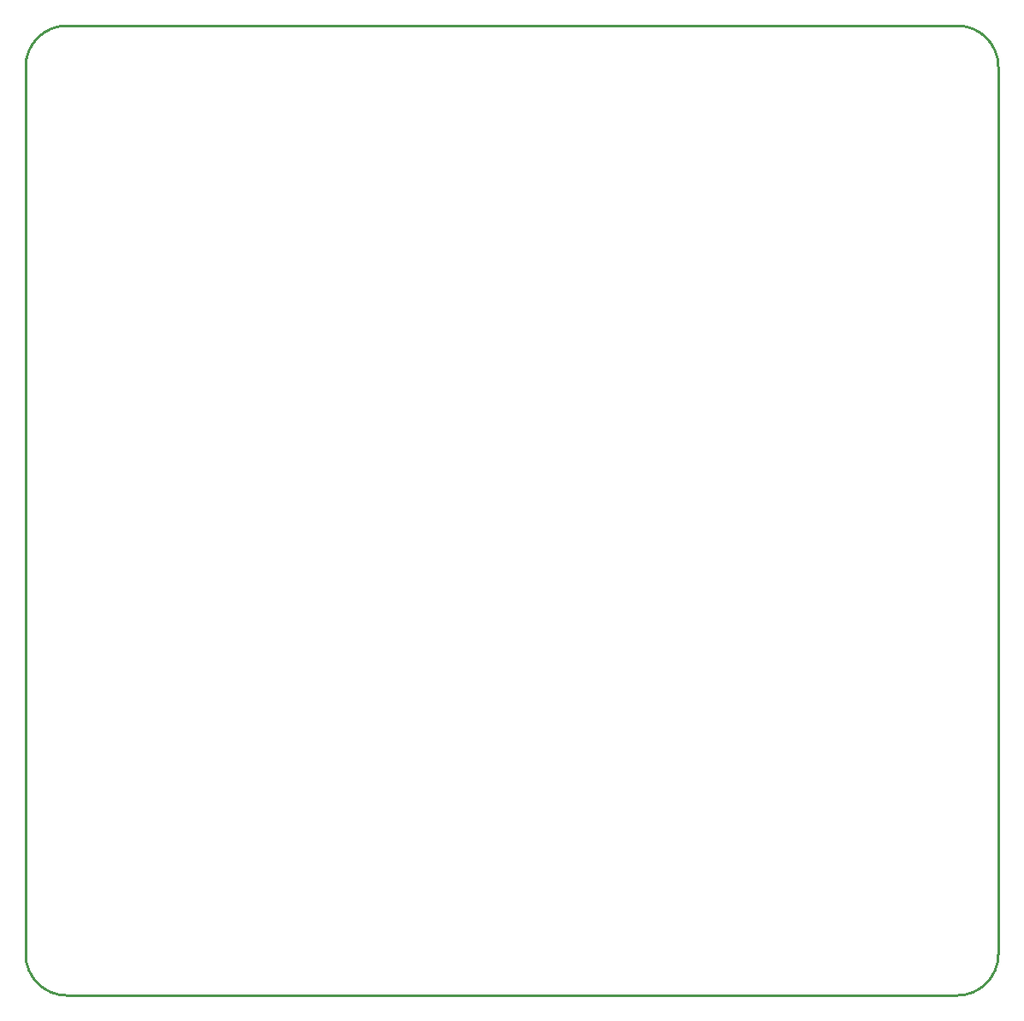
<source format=gm1>
G04*
G04 #@! TF.GenerationSoftware,Altium Limited,Altium Designer,22.0.2 (36)*
G04*
G04 Layer_Color=16711935*
%FSLAX25Y25*%
%MOIN*%
G70*
G04*
G04 #@! TF.SameCoordinates,8DF314AF-FFA0-4F09-AA67-4057F65CF364*
G04*
G04*
G04 #@! TF.FilePolarity,Positive*
G04*
G01*
G75*
%ADD14C,0.01000*%
D14*
X913000Y680500D02*
G03*
X929000Y664500I16000J0D01*
G01*
X1276000D02*
G03*
X1292000Y680500I0J16000D01*
G01*
Y1026536D02*
G03*
X1276036Y1042500I-15964J0D01*
G01*
X929000D02*
G03*
X913000Y1026500I0J-16000D01*
G01*
X929000Y664500D02*
X1276000D01*
X1292000Y680500D02*
Y1026536D01*
X929000Y1042500D02*
X1276036D01*
X913000Y680500D02*
Y1026500D01*
M02*

</source>
